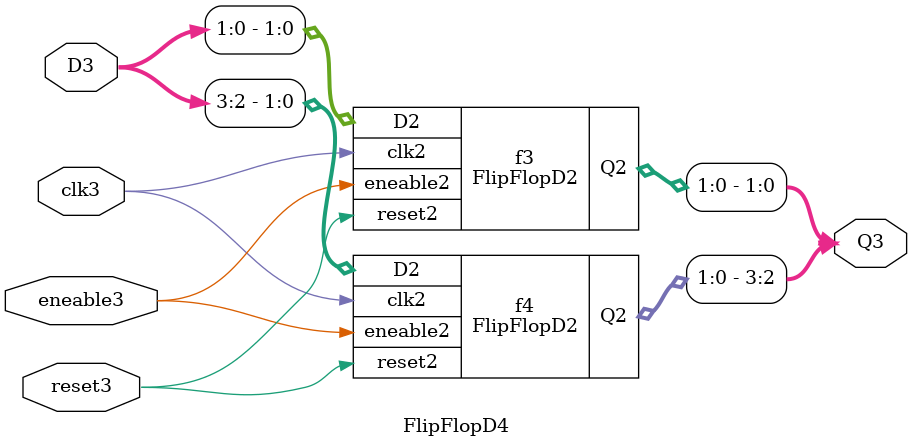
<source format=v>
module FlipFlopD(input eneable, reset, clk, input D, output reg Q);
  always @ (posedge clk, posedge reset)
  begin
    if (reset) Q <= 1'b0;
    else if (eneable) Q <= D;
    end
endmodule //El modulo describe que durante el flanco positivo de "clk" va reali-
        //zar la operacion de comprobar si "reset" esta encendido o no, en caso
        //afirmativo la salida "Q" es igual a 0 sino es igual al valor en ese
        //instante de la entrada "D".
module FlipFlopD2(input eneable2, reset2, clk2,
                  input [1:0]D2, output wire [1:0]Q2);
  FlipFlopD f1(eneable2, reset2, clk2, D2[0], Q2[0]);
  FlipFlopD f2(eneable2, reset2, clk2, D2[1], Q2[1]);
endmodule   //Este modulo llama dos veces al modulo de FlipFlopD, lo que dife-
            //rencia a los dos modulos llamados es la entrada "D" y salida "Q".
module FlipFlopD4(input eneable3, reset3, clk3, input [3:0]D3,
                  output wire [3:0]Q3);
  FlipFlopD2 f3(eneable3, reset3, clk3, D3[1:0], Q3[1:0]);
  FlipFlopD2 f4(eneable3, reset3, clk3, D3[3:2], Q3[3:2]);
endmodule //Este modulo al igual que el anterior llama 2 veces al modulo
          //FlipFlopD2, teniendo asi una salida "Q" de 4 bits. 

</source>
